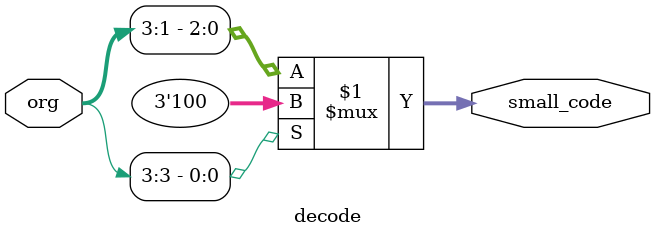
<source format=v>
`ifndef DECODER_V
`define DECODER_V
`include "define_vars.v"

module decode(org, small_code);
    input [3:0] org;
    output[2:0] small_code;
    assign small_code = (org[3])? 3'b100 : org[3:1] ;
endmodule // decode

`endif//DECODER_V

</source>
